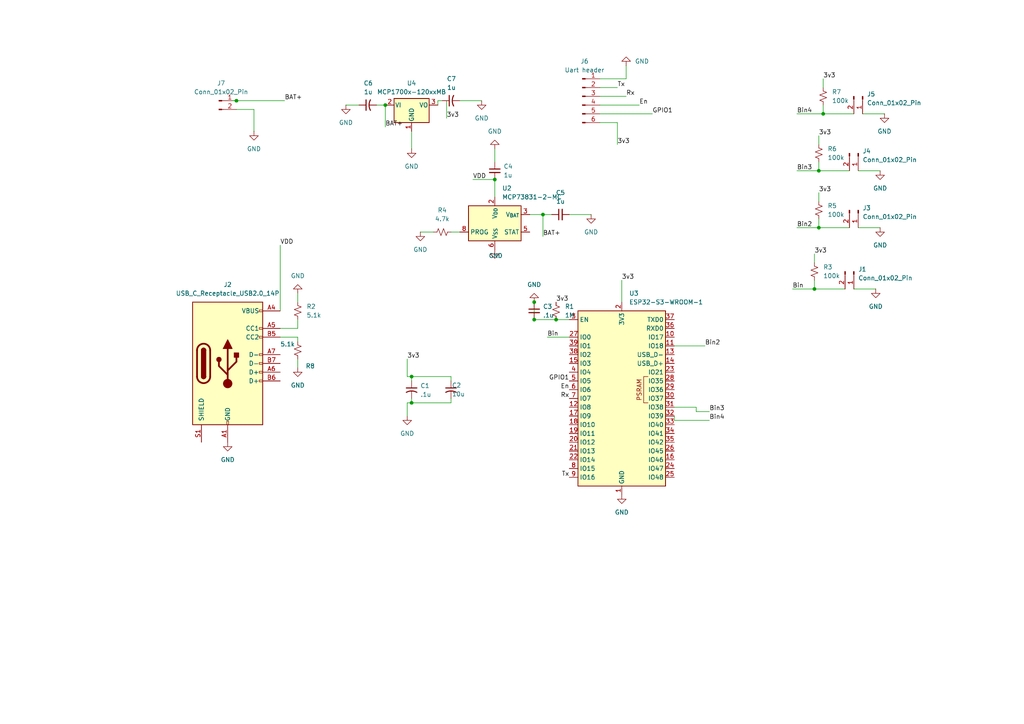
<source format=kicad_sch>
(kicad_sch (version 20250114) (generator "eeschema") (generator_version "9.0")
  (paper "A4")
  (lib_symbols
    (symbol "Battery_Management:MCP73831-2-MC"
      (property "Reference" "U" (at -7.62 6.35 0))
      (property "Value" "MCP73831-2-MC" (at 1.27 6.35 0))
      (symbol "MCP73831-2-MC_0_1"
        (rectangle (start -7.62 5.08) (end 7.62 -5.08) (stroke (width 0.254)) (fill (type background)))
      )
      (symbol "MCP73831-2-MC_1_1"
        (pin input line (at -10.16 -2.54 0) (length 2.54) (name "PROG") (number "8"))
        (pin no_connect line (at -7.62 2.54 0) (length 2.54) (hide yes) (name "NC") (number "7"))
        (pin passive line (at 0 7.62 270) (length 2.54) (hide yes) (name "V_{DD}") (number "1"))
        (pin power_in line (at 0 7.62 270) (length 2.54) (name "V_{DD}") (number "2"))
        (pin power_in line (at 0 -7.62 90) (length 2.54) (name "V_{SS}") (number "6"))
        (pin power_out line (at 10.16 2.54 180) (length 2.54) (name "V_{BAT}") (number "3"))
        (pin passive line (at 10.16 2.54 180) (length 2.54) (hide yes) (name "V_{BAT}") (number "4"))
        (pin tri_state line (at 10.16 -2.54 180) (length 2.54) (name "STAT") (number "5"))
      )
    )
    (symbol "Connector:Conn_01x02_Pin" (pin_names (offset 1.016) (hide yes))
      (property "Reference" "J" (at 0 2.54 0))
      (property "Value" "Conn_01x02_Pin" (at 0 -5.08 0))
      (symbol "Conn_01x02_Pin_1_1"
        (rectangle (start 0.8636 0.127) (end 0 -0.127) (stroke (width 0.1524)) (fill (type outline)))
        (rectangle (start 0.8636 -2.413) (end 0 -2.667) (stroke (width 0.1524)) (fill (type outline)))
        (polyline (pts (xy 1.27 0) (xy 0.8636 0)) (stroke (width 0.1524)))
        (polyline (pts (xy 1.27 -2.54) (xy 0.8636 -2.54)) (stroke (width 0.1524)))
        (pin passive line (at 5.08 0 180) (length 3.81) (name "Pin_1") (number "1"))
        (pin passive line (at 5.08 -2.54 180) (length 3.81) (name "Pin_2") (number "2"))
      )
    )
    (symbol "Connector:Conn_01x06_Pin" (pin_names (offset 1.016) (hide yes))
      (property "Reference" "J" (at 0 7.62 0))
      (property "Value" "Conn_01x06_Pin" (at 0 -10.16 0))
      (symbol "Conn_01x06_Pin_1_1"
        (rectangle (start 0.8636 5.207) (end 0 4.953) (stroke (width 0.1524)) (fill (type outline)))
        (rectangle (start 0.8636 2.667) (end 0 2.413) (stroke (width 0.1524)) (fill (type outline)))
        (rectangle (start 0.8636 0.127) (end 0 -0.127) (stroke (width 0.1524)) (fill (type outline)))
        (rectangle (start 0.8636 -2.413) (end 0 -2.667) (stroke (width 0.1524)) (fill (type outline)))
        (rectangle (start 0.8636 -4.953) (end 0 -5.207) (stroke (width 0.1524)) (fill (type outline)))
        (rectangle (start 0.8636 -7.493) (end 0 -7.747) (stroke (width 0.1524)) (fill (type outline)))
        (polyline (pts (xy 1.27 5.08) (xy 0.8636 5.08)) (stroke (width 0.1524)))
        (polyline (pts (xy 1.27 2.54) (xy 0.8636 2.54)) (stroke (width 0.1524)))
        (polyline (pts (xy 1.27 0) (xy 0.8636 0)) (stroke (width 0.1524)))
        (polyline (pts (xy 1.27 -2.54) (xy 0.8636 -2.54)) (stroke (width 0.1524)))
        (polyline (pts (xy 1.27 -5.08) (xy 0.8636 -5.08)) (stroke (width 0.1524)))
        (polyline (pts (xy 1.27 -7.62) (xy 0.8636 -7.62)) (stroke (width 0.1524)))
        (pin passive line (at 5.08 5.08 180) (length 3.81) (name "Pin_1") (number "1"))
        (pin passive line (at 5.08 2.54 180) (length 3.81) (name "Pin_2") (number "2"))
        (pin passive line (at 5.08 0 180) (length 3.81) (name "Pin_3") (number "3"))
        (pin passive line (at 5.08 -2.54 180) (length 3.81) (name "Pin_4") (number "4"))
        (pin passive line (at 5.08 -5.08 180) (length 3.81) (name "Pin_5") (number "5"))
        (pin passive line (at 5.08 -7.62 180) (length 3.81) (name "Pin_6") (number "6"))
      )
    )
    (symbol "Connector:USB_C_Receptacle_USB2.0_14P" (pin_names (offset 1.016))
      (property "Reference" "J" (at 0 22.225 0))
      (property "Value" "USB_C_Receptacle_USB2.0_14P" (at 0 19.685 0))
      (symbol "USB_C_Receptacle_USB2.0_14P_0_0"
        (rectangle (start -0.254 -17.78) (end 0.254 -16.764))
        (rectangle (start 10.16 15.494) (end 9.144 14.986))
        (rectangle (start 10.16 10.414) (end 9.144 9.906))
        (rectangle (start 10.16 7.874) (end 9.144 7.366))
        (rectangle (start 10.16 2.794) (end 9.144 2.286))
        (rectangle (start 10.16 0.254) (end 9.144 -0.254))
        (rectangle (start 10.16 -2.286) (end 9.144 -2.794))
        (rectangle (start 10.16 -4.826) (end 9.144 -5.334))
      )
      (symbol "USB_C_Receptacle_USB2.0_14P_0_1"
        (rectangle (start -10.16 17.78) (end 10.16 -17.78) (stroke (width 0.254)) (fill (type background)))
        (polyline (pts (xy -8.89 -3.81) (xy -8.89 3.81)) (stroke (width 0.508)))
        (rectangle (start -7.62 -3.81) (end -6.35 3.81) (stroke (width 0.254)) (fill (type outline)))
        (arc (start -7.62 3.81) (mid -6.985 4.4423) (end -6.35 3.81) (stroke (width 0.254)))
        (arc (start -7.62 3.81) (mid -6.985 4.4423) (end -6.35 3.81) (stroke (width 0.254)) (fill (type outline)))
        (arc (start -8.89 3.81) (mid -6.985 5.7067) (end -5.08 3.81) (stroke (width 0.508)))
        (arc (start -5.08 -3.81) (mid -6.985 -5.7067) (end -8.89 -3.81) (stroke (width 0.508)))
        (arc (start -6.35 -3.81) (mid -6.985 -4.4423) (end -7.62 -3.81) (stroke (width 0.254)))
        (arc (start -6.35 -3.81) (mid -6.985 -4.4423) (end -7.62 -3.81) (stroke (width 0.254)) (fill (type outline)))
        (polyline (pts (xy -5.08 3.81) (xy -5.08 -3.81)) (stroke (width 0.508)))
        (circle (center -2.54 1.143) (radius 0.635) (stroke (width 0.254)) (fill (type outline)))
        (polyline (pts (xy -1.27 4.318) (xy 0 6.858) (xy 1.27 4.318) (xy -1.27 4.318)) (stroke (width 0.254)) (fill (type outline)))
        (polyline (pts (xy 0 -2.032) (xy 2.54 0.508) (xy 2.54 1.778)) (stroke (width 0.508)))
        (polyline (pts (xy 0 -3.302) (xy -2.54 -0.762) (xy -2.54 0.508)) (stroke (width 0.508)))
        (polyline (pts (xy 0 -5.842) (xy 0 4.318)) (stroke (width 0.508)))
        (circle (center 0 -5.842) (radius 1.27) (fill (type outline)))
        (rectangle (start 1.905 1.778) (end 3.175 3.048) (stroke (width 0.254)) (fill (type outline)))
      )
      (symbol "USB_C_Receptacle_USB2.0_14P_1_1"
        (pin passive line (at -7.62 -22.86 90) (length 5.08) (name "SHIELD") (number "S1"))
        (pin passive line (at 0 -22.86 90) (length 5.08) (name "GND") (number "A1"))
        (pin passive line (at 0 -22.86 90) (length 5.08) (hide yes) (name "GND") (number "A12"))
        (pin passive line (at 0 -22.86 90) (length 5.08) (hide yes) (name "GND") (number "B1"))
        (pin passive line (at 0 -22.86 90) (length 5.08) (hide yes) (name "GND") (number "B12"))
        (pin passive line (at 15.24 15.24 180) (length 5.08) (name "VBUS") (number "A4"))
        (pin passive line (at 15.24 15.24 180) (length 5.08) (hide yes) (name "VBUS") (number "A9"))
        (pin passive line (at 15.24 15.24 180) (length 5.08) (hide yes) (name "VBUS") (number "B4"))
        (pin passive line (at 15.24 15.24 180) (length 5.08) (hide yes) (name "VBUS") (number "B9"))
        (pin bidirectional line (at 15.24 10.16 180) (length 5.08) (name "CC1") (number "A5"))
        (pin bidirectional line (at 15.24 7.62 180) (length 5.08) (name "CC2") (number "B5"))
        (pin bidirectional line (at 15.24 2.54 180) (length 5.08) (name "D-") (number "A7"))
        (pin bidirectional line (at 15.24 0 180) (length 5.08) (name "D-") (number "B7"))
        (pin bidirectional line (at 15.24 -2.54 180) (length 5.08) (name "D+") (number "A6"))
        (pin bidirectional line (at 15.24 -5.08 180) (length 5.08) (name "D+") (number "B6"))
      )
    )
    (symbol "Device:C_Small" (pin_numbers (hide yes)) (pin_names (offset 0.254) (hide yes))
      (property "Reference" "C" (at 0.254 1.778 0))
      (property "Value" "C_Small" (at 0.254 -2.032 0))
      (symbol "C_Small_0_1"
        (polyline (pts (xy -1.524 0.508) (xy 1.524 0.508)) (stroke (width 0.3048)))
        (polyline (pts (xy -1.524 -0.508) (xy 1.524 -0.508)) (stroke (width 0.3302)))
      )
      (symbol "C_Small_1_1"
        (pin passive line (at 0 2.54 270) (length 2.032) (name "~") (number "1"))
        (pin passive line (at 0 -2.54 90) (length 2.032) (name "~") (number "2"))
      )
    )
    (symbol "Device:C_Small_US" (pin_numbers (hide yes)) (pin_names (offset 0.254) (hide yes))
      (property "Reference" "C" (at 0.254 1.778 0))
      (property "Value" "C_Small_US" (at 0.254 -2.032 0))
      (symbol "C_Small_US_0_1"
        (polyline (pts (xy -1.524 0.508) (xy 1.524 0.508)) (stroke (width 0.3048)))
        (arc (start -1.524 -0.762) (mid 0 -0.3734) (end 1.524 -0.762) (stroke (width 0.3048)))
      )
      (symbol "C_Small_US_1_1"
        (pin passive line (at 0 2.54 270) (length 2.032) (name "~") (number "1"))
        (pin passive line (at 0 -2.54 90) (length 2.032) (name "~") (number "2"))
      )
    )
    (symbol "Device:R_Small_US" (pin_numbers (hide yes)) (pin_names (offset 0.254) (hide yes))
      (property "Reference" "R" (at 0.762 0.508 0))
      (property "Value" "R_Small_US" (at 0.762 -1.016 0))
      (symbol "R_Small_US_1_1"
        (polyline (pts (xy 0 1.524) (xy 1.016 1.143) (xy 0 0.762) (xy -1.016 0.381) (xy 0 0)))
        (polyline (pts (xy 0 0) (xy 1.016 -0.381) (xy 0 -0.762) (xy -1.016 -1.143) (xy 0 -1.524)))
        (pin passive line (at 0 2.54 270) (length 1.016) (name "~") (number "1"))
        (pin passive line (at 0 -2.54 90) (length 1.016) (name "~") (number "2"))
      )
    )
    (symbol "RF_Module:ESP32-S3-WROOM-1"
      (property "Reference" "U" (at -12.7 26.67 0))
      (property "Value" "ESP32-S3-WROOM-1" (at 12.7 26.67 0))
      (symbol "ESP32-S3-WROOM-1_0_0"
        (rectangle (start -12.7 25.4) (end 12.7 -25.4) (stroke (width 0.254)) (fill (type background)))
        (text "PSRAM" (at 5.08 2.54 900) (effects (font (size 1.27 1.27))))
      )
      (symbol "ESP32-S3-WROOM-1_0_1"
        (polyline (pts (xy 7.62 -1.27) (xy 6.35 -1.27) (xy 6.35 6.35) (xy 7.62 6.35)))
      )
      (symbol "ESP32-S3-WROOM-1_1_1"
        (pin input line (at -15.24 22.86 0) (length 2.54) (name "EN") (number "3"))
        (pin bidirectional line (at -15.24 17.78 0) (length 2.54) (name "IO0") (number "27"))
        (pin bidirectional line (at -15.24 15.24 0) (length 2.54) (name "IO1") (number "39"))
        (pin bidirectional line (at -15.24 12.7 0) (length 2.54) (name "IO2") (number "38"))
        (pin bidirectional line (at -15.24 10.16 0) (length 2.54) (name "IO3") (number "15"))
        (pin bidirectional line (at -15.24 7.62 0) (length 2.54) (name "IO4") (number "4"))
        (pin bidirectional line (at -15.24 5.08 0) (length 2.54) (name "IO5") (number "5"))
        (pin bidirectional line (at -15.24 2.54 0) (length 2.54) (name "IO6") (number "6"))
        (pin bidirectional line (at -15.24 0 0) (length 2.54) (name "IO7") (number "7"))
        (pin bidirectional line (at -15.24 -2.54 0) (length 2.54) (name "IO8") (number "12"))
        (pin bidirectional line (at -15.24 -5.08 0) (length 2.54) (name "IO9") (number "17"))
        (pin bidirectional line (at -15.24 -7.62 0) (length 2.54) (name "IO10") (number "18"))
        (pin bidirectional line (at -15.24 -10.16 0) (length 2.54) (name "IO11") (number "19"))
        (pin bidirectional line (at -15.24 -12.7 0) (length 2.54) (name "IO12") (number "20"))
        (pin bidirectional line (at -15.24 -15.24 0) (length 2.54) (name "IO13") (number "21"))
        (pin bidirectional line (at -15.24 -17.78 0) (length 2.54) (name "IO14") (number "22"))
        (pin bidirectional line (at -15.24 -20.32 0) (length 2.54) (name "IO15") (number "8"))
        (pin bidirectional line (at -15.24 -22.86 0) (length 2.54) (name "IO16") (number "9"))
        (pin power_in line (at 0 27.94 270) (length 2.54) (name "3V3") (number "2"))
        (pin power_in line (at 0 -27.94 90) (length 2.54) (name "GND") (number "1"))
        (pin passive line (at 0 -27.94 90) (length 2.54) (hide yes) (name "GND") (number "40"))
        (pin passive line (at 0 -27.94 90) (length 2.54) (hide yes) (name "GND") (number "41"))
        (pin bidirectional line (at 15.24 22.86 180) (length 2.54) (name "TXD0") (number "37"))
        (pin bidirectional line (at 15.24 20.32 180) (length 2.54) (name "RXD0") (number "36"))
        (pin bidirectional line (at 15.24 17.78 180) (length 2.54) (name "IO17") (number "10"))
        (pin bidirectional line (at 15.24 15.24 180) (length 2.54) (name "IO18") (number "11"))
        (pin bidirectional line (at 15.24 12.7 180) (length 2.54) (name "USB_D-") (number "13"))
        (pin bidirectional line (at 15.24 10.16 180) (length 2.54) (name "USB_D+") (number "14"))
        (pin bidirectional line (at 15.24 7.62 180) (length 2.54) (name "IO21") (number "23"))
        (pin bidirectional line (at 15.24 5.08 180) (length 2.54) (name "IO35") (number "28"))
        (pin bidirectional line (at 15.24 2.54 180) (length 2.54) (name "IO36") (number "29"))
        (pin bidirectional line (at 15.24 0 180) (length 2.54) (name "IO37") (number "30"))
        (pin bidirectional line (at 15.24 -2.54 180) (length 2.54) (name "IO38") (number "31"))
        (pin bidirectional line (at 15.24 -5.08 180) (length 2.54) (name "IO39") (number "32"))
        (pin bidirectional line (at 15.24 -7.62 180) (length 2.54) (name "IO40") (number "33"))
        (pin bidirectional line (at 15.24 -10.16 180) (length 2.54) (name "IO41") (number "34"))
        (pin bidirectional line (at 15.24 -12.7 180) (length 2.54) (name "IO42") (number "35"))
        (pin bidirectional line (at 15.24 -15.24 180) (length 2.54) (name "IO45") (number "26"))
        (pin bidirectional line (at 15.24 -17.78 180) (length 2.54) (name "IO46") (number "16"))
        (pin bidirectional line (at 15.24 -20.32 180) (length 2.54) (name "IO47") (number "24"))
        (pin bidirectional line (at 15.24 -22.86 180) (length 2.54) (name "IO48") (number "25"))
      )
    )
    (symbol "Regulator_Linear:MCP1700x-120xxMB" (pin_names (offset 0.254))
      (property "Reference" "U" (at -3.81 3.175 0))
      (property "Value" "MCP1700x-120xxMB" (at 0 3.175 0))
      (symbol "MCP1700x-120xxMB_0_1"
        (rectangle (start -5.08 -5.08) (end 5.08 1.905) (stroke (width 0.254)) (fill (type background)))
      )
      (symbol "MCP1700x-120xxMB_1_1"
        (pin power_in line (at -7.62 0 0) (length 2.54) (name "VI") (number "2"))
        (pin power_in line (at 0 -7.62 90) (length 2.54) (name "GND") (number "1"))
        (pin power_out line (at 7.62 0 180) (length 2.54) (name "VO") (number "3"))
      )
    )
    (symbol "power:GND" (power) (pin_numbers (hide yes)) (pin_names (offset 0) (hide yes))
      (property "Value" "GND" (at 0 -3.81 0))
      (symbol "GND_0_1"
        (polyline (pts (xy 0 0) (xy 0 -1.27) (xy 1.27 -1.27) (xy 0 -2.54) (xy -1.27 -1.27) (xy 0 -1.27)))
      )
      (symbol "GND_1_1"
        (pin power_in line (at 0 0 270) (length 0) (name "~") (number "1"))
      )
    )
  )
  (junction (at 154.94 92.71))
  (junction (at 119.38 116.84))
  (junction (at 237.49 66.04))
  (junction (at 143.51 52.07))
  (junction (at 237.49 49.53))
  (junction (at 111.76 30.48))
  (junction (at 68.58 29.21))
  (junction (at 238.76 33.02))
  (junction (at 236.22 83.82))
  (junction (at 154.94 87.63))
  (junction (at 161.29 92.71))
  (junction (at 157.48 62.23))
  (junction (at 119.38 109.22))
  (wire (pts (xy 173.99 33.02) (xy 189.23 33.02)))
  (wire (pts (xy 238.76 22.86) (xy 238.76 25.4)))
  (wire (pts (xy 248.92 49.53) (xy 255.27 49.53)))
  (wire (pts (xy 86.36 85.09) (xy 86.36 87.63)))
  (wire (pts (xy 143.51 43.18) (xy 143.51 46.99)))
  (wire (pts (xy 73.66 31.75) (xy 73.66 38.1)))
  (wire (pts (xy 238.76 33.02) (xy 247.65 33.02)))
  (wire (pts (xy 154.94 87.63) (xy 154.94 92.71)))
  (wire (pts (xy 119.38 38.1) (xy 119.38 43.18)))
  (wire (pts (xy 236.22 83.82) (xy 245.11 83.82)))
  (wire (pts (xy 154.94 92.71) (xy 161.29 92.71)))
  (wire (pts (xy 119.38 116.84) (xy 130.81 116.84)))
  (wire (pts (xy 119.38 115.57) (xy 119.38 116.84)))
  (wire (pts (xy 181.61 19.05) (xy 181.61 22.86)))
  (wire (pts (xy 250.19 33.02) (xy 256.54 33.02)))
  (wire (pts (xy 81.28 95.25) (xy 86.36 95.25)))
  (wire (pts (xy 119.38 109.22) (xy 119.38 110.49)))
  (wire (pts (xy 157.48 62.23) (xy 157.48 68.58)))
  (wire (pts (xy 238.76 30.48) (xy 238.76 33.02)))
  (wire (pts (xy 237.49 46.99) (xy 237.49 49.53)))
  (wire (pts (xy 201.93 119.38) (xy 205.74 119.38)))
  (wire (pts (xy 231.14 33.02) (xy 238.76 33.02)))
  (wire (pts (xy 143.51 52.07) (xy 143.51 57.15)))
  (wire (pts (xy 86.36 104.14) (xy 86.36 106.68)))
  (wire (pts (xy 129.54 29.21) (xy 129.54 34.29)))
  (wire (pts (xy 248.92 66.04) (xy 255.27 66.04)))
  (wire (pts (xy 86.36 97.79) (xy 86.36 99.06)))
  (wire (pts (xy 173.99 27.94) (xy 181.61 27.94)))
  (wire (pts (xy 180.34 81.28) (xy 180.34 87.63)))
  (wire (pts (xy 130.81 109.22) (xy 130.81 110.49)))
  (wire (pts (xy 165.1 62.23) (xy 171.45 62.23)))
  (wire (pts (xy 205.74 121.92) (xy 195.58 121.92)))
  (wire (pts (xy 119.38 109.22) (xy 130.81 109.22)))
  (wire (pts (xy 130.81 67.31) (xy 133.35 67.31)))
  (wire (pts (xy 229.87 83.82) (xy 236.22 83.82)))
  (wire (pts (xy 127 29.21) (xy 127 30.48)))
  (wire (pts (xy 237.49 49.53) (xy 246.38 49.53)))
  (wire (pts (xy 68.58 31.75) (xy 73.66 31.75)))
  (wire (pts (xy 231.14 66.04) (xy 237.49 66.04)))
  (wire (pts (xy 118.11 104.14) (xy 118.11 109.22)))
  (wire (pts (xy 127 29.21) (xy 128.27 29.21)))
  (wire (pts (xy 109.22 30.48) (xy 111.76 30.48)))
  (wire (pts (xy 195.58 100.33) (xy 204.47 100.33)))
  (wire (pts (xy 158.75 97.79) (xy 165.1 97.79)))
  (wire (pts (xy 173.99 22.86) (xy 181.61 22.86)))
  (wire (pts (xy 118.11 116.84) (xy 119.38 116.84)))
  (wire (pts (xy 173.99 30.48) (xy 185.42 30.48)))
  (wire (pts (xy 81.28 71.12) (xy 81.28 90.17)))
  (wire (pts (xy 237.49 63.5) (xy 237.49 66.04)))
  (wire (pts (xy 237.49 66.04) (xy 246.38 66.04)))
  (wire (pts (xy 236.22 73.66) (xy 236.22 76.2)))
  (wire (pts (xy 195.58 121.92) (xy 195.58 120.65)))
  (wire (pts (xy 237.49 55.88) (xy 237.49 58.42)))
  (wire (pts (xy 173.99 25.4) (xy 179.07 25.4)))
  (wire (pts (xy 67.31 29.21) (xy 68.58 29.21)))
  (wire (pts (xy 81.28 97.79) (xy 86.36 97.79)))
  (wire (pts (xy 179.07 35.56) (xy 179.07 41.91)))
  (wire (pts (xy 121.92 67.31) (xy 125.73 67.31)))
  (wire (pts (xy 161.29 92.71) (xy 165.1 92.71)))
  (wire (pts (xy 111.76 30.48) (xy 111.76 36.83)))
  (wire (pts (xy 201.93 119.38) (xy 201.93 118.11)))
  (wire (pts (xy 118.11 109.22) (xy 119.38 109.22)))
  (wire (pts (xy 247.65 83.82) (xy 254 83.82)))
  (wire (pts (xy 100.33 30.48) (xy 104.14 30.48)))
  (wire (pts (xy 157.48 62.23) (xy 160.02 62.23)))
  (wire (pts (xy 133.35 29.21) (xy 139.7 29.21)))
  (wire (pts (xy 237.49 39.37) (xy 237.49 41.91)))
  (wire (pts (xy 236.22 81.28) (xy 236.22 83.82)))
  (wire (pts (xy 195.58 118.11) (xy 201.93 118.11)))
  (wire (pts (xy 68.58 29.21) (xy 82.55 29.21)))
  (wire (pts (xy 153.67 62.23) (xy 157.48 62.23)))
  (wire (pts (xy 173.99 35.56) (xy 179.07 35.56)))
  (wire (pts (xy 118.11 116.84) (xy 118.11 120.65)))
  (wire (pts (xy 137.16 52.07) (xy 143.51 52.07)))
  (wire (pts (xy 130.81 115.57) (xy 130.81 116.84)))
  (wire (pts (xy 231.14 49.53) (xy 237.49 49.53)))
  (wire (pts (xy 86.36 92.71) (xy 86.36 95.25)))
  (label "3v3" (at 236.22 73.66 0))
  (label "Rx" (at 165.1 115.57 180))
  (label "Bin3" (at 231.14 49.53 0))
  (label "Bin" (at 158.75 97.79 0))
  (label "3v3" (at 179.07 41.91 0))
  (label "Bin3" (at 205.74 119.38 0))
  (label "En" (at 185.42 30.48 0))
  (label "Tx" (at 179.07 25.4 0))
  (label "Bin2" (at 231.14 66.04 0))
  (label "Rx" (at 181.61 27.94 0))
  (label "Bin2" (at 204.47 100.33 0))
  (label "Bin" (at 229.87 83.82 0))
  (label "3v3" (at 237.49 39.37 0))
  (label "Bin4" (at 231.14 33.02 0))
  (label "BAT+" (at 111.76 36.83 0))
  (label "Tx" (at 165.1 138.43 180))
  (label "BAT+" (at 82.55 29.21 0))
  (label "GPIO1" (at 165.1 110.49 180))
  (label "VDD" (at 81.28 71.12 0))
  (label "BAT+" (at 157.48 68.58 0))
  (label "3v3" (at 161.29 87.63 0))
  (label "3v3" (at 180.34 81.28 0))
  (label "3v3" (at 237.49 55.88 0))
  (label "GPIO1" (at 189.23 33.02 0))
  (label "En" (at 165.1 113.03 180))
  (label "3v3" (at 238.76 22.86 0))
  (label "Bin4" (at 205.74 121.92 0))
  (label "3v3" (at 129.54 34.29 0))
  (label "3v3" (at 118.11 104.14 0))
  (label "VDD" (at 137.16 52.07 0))
  (symbol (lib_id "power:GND") (at 139.7 29.21 0) (unit 1)
    (property "Reference" "#PWR015" (effects (hide yes)))
    (property "Value" "GND" (at 139.7 34.29 0))
    (property "Description" "Power symbol creates a global label with name \"GND\" , ground" (effects (hide yes)))
  )
  (symbol (lib_id "RF_Module:ESP32-S3-WROOM-1") (at 180.34 115.57 0) (unit 1)
    (property "Reference" "U3" (at 182.4833 85.09 0) (effects (justify left)))
    (property "Value" "ESP32-S3-WROOM-1" (at 182.4833 87.63 0) (effects (justify left)))
    (property "Footprint" "RF_Module:ESP32-S3-WROOM-1" (effects (hide yes)))
    (property "Datasheet" "https://www.espressif.com/sites/default/files/documentation/esp32-s3-wroom-1_wroom-1u_datasheet_en.pdf" (effects (hide yes)))
    (property "Description" "RF Module, ESP32-S3 SoC, Wi-Fi 802.11b/g/n, Bluetooth, BLE, 32-bit, 3.3V, onboard antenna, SMD" (effects (hide yes)))
  )
  (symbol (lib_id "Device:R_Small_US") (at 86.36 101.6 0) (unit 1)
    (property "Reference" "R8" (at 88.646 106.172 0) (effects (justify left)))
    (property "Value" "5.1k" (at 81.28 99.822 0) (effects (justify left)))
    (property "Footprint" "Resistor_THT:R_Axial_DIN0207_L6.3mm_D2.5mm_P7.62mm_Horizontal" (effects (hide yes)))
    (property "Description" "Resistor, small US symbol" (effects (hide yes)))
  )
  (symbol (lib_id "Device:C_Small_US") (at 119.38 113.03 0) (unit 1)
    (property "Reference" "C1" (at 121.92 111.8869 0) (effects (justify left)))
    (property "Value" ".1u" (at 121.92 114.4269 0) (effects (justify left)))
    (property "Footprint" "Capacitor_THT:C_Disc_D5.0mm_W2.5mm_P5.00mm" (effects (hide yes)))
    (property "Description" "capacitor, small US symbol" (effects (hide yes)))
  )
  (symbol (lib_id "power:GND") (at 143.51 72.39 0) (unit 1)
    (property "Reference" "#PWR016" (effects (hide yes)))
    (property "Value" "GND" (at 143.764 74.168 0))
    (property "Description" "Power symbol creates a global label with name \"GND\" , ground" (effects (hide yes)))
  )
  (symbol (lib_id "Regulator_Linear:MCP1700x-120xxMB") (at 119.38 30.48 0) (unit 1)
    (property "Reference" "U4" (at 119.38 24.13 0))
    (property "Value" "MCP1700x-120xxMB" (at 119.38 26.67 0))
    (property "Footprint" "Package_TO_SOT_SMD:SOT-89-3" (effects (hide yes)))
    (property "Datasheet" "http://ww1.microchip.com/downloads/en/DeviceDoc/20001826D.pdf" (effects (hide yes)))
    (property "Description" "250mA Low Quiscent Current LDO, 1.2V output, SOT-89" (effects (hide yes)))
  )
  (symbol (lib_id "Device:R_Small_US") (at 128.27 67.31 90) (unit 1)
    (property "Reference" "R4" (at 128.27 60.96 90))
    (property "Value" "4.7k" (at 128.27 63.5 90))
    (property "Footprint" "Resistor_THT:R_Axial_DIN0207_L6.3mm_D2.5mm_P7.62mm_Horizontal" (effects (hide yes)))
    (property "Description" "Resistor, small US symbol" (effects (hide yes)))
  )
  (symbol (lib_id "power:GND") (at 256.54 33.02 0) (unit 1)
    (property "Reference" "#PWR011" (effects (hide yes)))
    (property "Value" "GND" (at 256.54 38.1 0))
    (property "Description" "Power symbol creates a global label with name \"GND\" , ground" (effects (hide yes)))
  )
  (symbol (lib_id "Device:C_Small_US") (at 130.81 113.03 0) (unit 1)
    (property "Reference" "C2" (at 131.064 111.76 0) (effects (justify left)))
    (property "Value" "10u" (at 131.064 114.3 0) (effects (justify left)))
    (property "Footprint" "Capacitor_THT:C_Disc_D5.0mm_W2.5mm_P5.00mm" (effects (hide yes)))
    (property "Description" "capacitor, small US symbol" (effects (hide yes)))
  )
  (symbol (lib_id "Connector:USB_C_Receptacle_USB2.0_14P") (at 66.04 105.41 0) (unit 1)
    (property "Reference" "J2" (at 66.04 82.55 0))
    (property "Value" "USB_C_Receptacle_USB2.0_14P" (at 66.04 85.09 0))
    (property "Footprint" "Connector_USB:USB_C_Receptacle_GCT_USB4125-xx-x-0190_6P_TopMnt_Horizontal" (effects (hide yes)))
    (property "Datasheet" "https://www.usb.org/sites/default/files/documents/usb_type-c.zip" (effects (hide yes)))
    (property "Description" "USB 2.0-only 14P Type-C Receptacle connector" (effects (hide yes)))
  )
  (symbol (lib_id "power:GND") (at 255.27 49.53 0) (unit 1)
    (property "Reference" "#PWR010" (effects (hide yes)))
    (property "Value" "GND" (at 255.27 54.61 0))
    (property "Description" "Power symbol creates a global label with name \"GND\" , ground" (effects (hide yes)))
  )
  (symbol (lib_id "Device:R_Small_US") (at 237.49 44.45 0) (unit 1)
    (property "Reference" "R6" (at 240.03 43.1799 0) (effects (justify left)))
    (property "Value" "100k" (at 240.03 45.7199 0) (effects (justify left)))
    (property "Footprint" "Resistor_THT:R_Axial_DIN0207_L6.3mm_D2.5mm_P7.62mm_Horizontal" (effects (hide yes)))
    (property "Description" "Resistor, small US symbol" (effects (hide yes)))
  )
  (symbol (lib_id "Device:C_Small_US") (at 130.81 29.21 90) (unit 1)
    (property "Reference" "C7" (at 130.937 22.86 90))
    (property "Value" "1u" (at 130.937 25.4 90))
    (property "Footprint" "Capacitor_THT:C_Disc_D5.0mm_W2.5mm_P5.00mm" (effects (hide yes)))
    (property "Description" "capacitor, small US symbol" (effects (hide yes)))
  )
  (symbol (lib_id "power:GND") (at 143.51 43.18 180) (unit 1)
    (property "Reference" "#PWR06" (effects (hide yes)))
    (property "Value" "GND" (at 143.51 38.1 0))
    (property "Description" "Power symbol creates a global label with name \"GND\" , ground" (effects (hide yes)))
  )
  (symbol (lib_id "power:GND") (at 66.04 128.27 0) (unit 1)
    (property "Reference" "#PWR019" (effects (hide yes)))
    (property "Value" "GND" (at 66.04 133.35 0))
    (property "Description" "Power symbol creates a global label with name \"GND\" , ground" (effects (hide yes)))
  )
  (symbol (lib_id "Connector:Conn_01x02_Pin") (at 63.5 29.21 0) (unit 1)
    (property "Reference" "J7" (at 64.135 24.13 0))
    (property "Value" "Conn_01x02_Pin" (at 64.135 26.67 0))
    (property "Footprint" "Connector_PinHeader_2.54mm:PinHeader_1x02_P2.54mm_Vertical" (effects (hide yes)))
    (property "Description" "Generic connector, single row, 01x02, script generated" (effects (hide yes)))
  )
  (symbol (lib_id "Connector:Conn_01x02_Pin") (at 250.19 27.94 270) (unit 1)
    (property "Reference" "J5" (at 251.46 27.3049 90) (effects (justify left)))
    (property "Value" "Conn_01x02_Pin" (at 251.46 29.8449 90) (effects (justify left)))
    (property "Footprint" "Connector_PinHeader_2.54mm:PinHeader_1x02_P2.54mm_Vertical" (effects (hide yes)))
    (property "Description" "Generic connector, single row, 01x02, script generated" (effects (hide yes)))
  )
  (symbol (lib_id "power:GND") (at 181.61 19.05 180) (unit 1)
    (property "Reference" "#PWR012" (effects (hide yes)))
    (property "Value" "GND" (at 184.15 17.7799 0) (effects (justify right)))
    (property "Description" "Power symbol creates a global label with name \"GND\" , ground" (effects (hide yes)))
  )
  (symbol (lib_id "power:GND") (at 86.36 106.68 0) (unit 1)
    (property "Reference" "#PWR03" (effects (hide yes)))
    (property "Value" "GND" (at 86.36 111.76 0))
    (property "Description" "Power symbol creates a global label with name \"GND\" , ground" (effects (hide yes)))
  )
  (symbol (lib_id "power:GND") (at 86.36 85.09 180) (unit 1)
    (property "Reference" "#PWR02" (effects (hide yes)))
    (property "Value" "GND" (at 86.36 80.01 0))
    (property "Description" "Power symbol creates a global label with name \"GND\" , ground" (effects (hide yes)))
  )
  (symbol (lib_id "power:GND") (at 180.34 143.51 0) (unit 1)
    (property "Reference" "#PWR018" (effects (hide yes)))
    (property "Value" "GND" (at 180.34 148.59 0))
    (property "Description" "Power symbol creates a global label with name \"GND\" , ground" (effects (hide yes)))
  )
  (symbol (lib_id "Device:R_Small_US") (at 86.36 90.17 0) (unit 1)
    (property "Reference" "R2" (at 88.9 88.8999 0) (effects (justify left)))
    (property "Value" "5.1k" (at 88.9 91.4399 0) (effects (justify left)))
    (property "Footprint" "Resistor_THT:R_Axial_DIN0207_L6.3mm_D2.5mm_P7.62mm_Horizontal" (effects (hide yes)))
    (property "Description" "Resistor, small US symbol" (effects (hide yes)))
  )
  (symbol (lib_id "power:GND") (at 171.45 62.23 0) (unit 1)
    (property "Reference" "#PWR05" (effects (hide yes)))
    (property "Value" "GND" (at 171.45 67.31 0))
    (property "Description" "Power symbol creates a global label with name \"GND\" , ground" (effects (hide yes)))
  )
  (symbol (lib_id "Battery_Management:MCP73831-2-MC") (at 143.51 64.77 0) (unit 1)
    (property "Reference" "U2" (at 145.6533 54.61 0) (effects (justify left)))
    (property "Value" "MCP73831-2-MC" (at 145.6533 57.15 0) (effects (justify left)))
    (property "Footprint" "Package_DFN_QFN:DFN-8-1EP_3x2mm_P0.5mm_EP1.7x1.4mm" (effects (hide yes)))
    (property "Datasheet" "http://ww1.microchip.com/downloads/en/DeviceDoc/20001984g.pdf" (effects (hide yes)))
    (property "Description" "Single cell, Li-Ion/Li-Po charge management controller, 4.20V, Tri-State Status Output, in DFN-8 package" (effects (hide yes)))
  )
  (symbol (lib_id "power:GND") (at 119.38 43.18 0) (unit 1)
    (property "Reference" "#PWR07" (effects (hide yes)))
    (property "Value" "GND" (at 119.38 48.26 0))
    (property "Description" "Power symbol creates a global label with name \"GND\" , ground" (effects (hide yes)))
  )
  (symbol (lib_id "power:GND") (at 254 83.82 0) (unit 1)
    (property "Reference" "#PWR08" (effects (hide yes)))
    (property "Value" "GND" (at 254 88.9 0))
    (property "Description" "Power symbol creates a global label with name \"GND\" , ground" (effects (hide yes)))
  )
  (symbol (lib_id "power:GND") (at 121.92 67.31 0) (unit 1)
    (property "Reference" "#PWR04" (effects (hide yes)))
    (property "Value" "GND" (at 121.92 72.39 0))
    (property "Description" "Power symbol creates a global label with name \"GND\" , ground" (effects (hide yes)))
  )
  (symbol (lib_id "Connector:Conn_01x02_Pin") (at 247.65 78.74 270) (unit 1)
    (property "Reference" "J1" (at 248.92 78.1049 90) (effects (justify left)))
    (property "Value" "Conn_01x02_Pin" (at 248.92 80.6449 90) (effects (justify left)))
    (property "Footprint" "Capacitor_THT:C_Disc_D5.0mm_W2.5mm_P5.00mm" (effects (hide yes)))
    (property "Description" "Generic connector, single row, 01x02, script generated" (effects (hide yes)))
  )
  (symbol (lib_id "Device:R_Small_US") (at 161.29 90.17 0) (unit 1)
    (property "Reference" "R1" (at 163.83 88.8999 0) (effects (justify left)))
    (property "Value" "1M" (at 163.83 91.4399 0) (effects (justify left)))
    (property "Footprint" "Resistor_THT:R_Axial_DIN0207_L6.3mm_D2.5mm_P7.62mm_Horizontal" (effects (hide yes)))
    (property "Description" "Resistor, small US symbol" (effects (hide yes)))
  )
  (symbol (lib_id "Device:R_Small_US") (at 238.76 27.94 0) (unit 1)
    (property "Reference" "R7" (at 241.3 26.6699 0) (effects (justify left)))
    (property "Value" "100k" (at 241.3 29.2099 0) (effects (justify left)))
    (property "Footprint" "Resistor_THT:R_Axial_DIN0207_L6.3mm_D2.5mm_P7.62mm_Horizontal" (effects (hide yes)))
    (property "Description" "Resistor, small US symbol" (effects (hide yes)))
  )
  (symbol (lib_id "Device:C_Small_US") (at 106.68 30.48 90) (unit 1)
    (property "Reference" "C6" (at 106.807 24.13 90))
    (property "Value" "1u" (at 106.807 26.67 90))
    (property "Footprint" "Capacitor_THT:C_Disc_D5.0mm_W2.5mm_P2.50mm" (effects (hide yes)))
    (property "Description" "capacitor, small US symbol" (effects (hide yes)))
  )
  (symbol (lib_id "power:GND") (at 73.66 38.1 0) (unit 1)
    (property "Reference" "#PWR013" (effects (hide yes)))
    (property "Value" "GND" (at 73.66 43.18 0))
    (property "Description" "Power symbol creates a global label with name \"GND\" , ground" (effects (hide yes)))
  )
  (symbol (lib_id "Connector:Conn_01x02_Pin") (at 248.92 60.96 270) (unit 1)
    (property "Reference" "J3" (at 250.19 60.3249 90) (effects (justify left)))
    (property "Value" "Conn_01x02_Pin" (at 250.19 62.8649 90) (effects (justify left)))
    (property "Footprint" "Connector_PinHeader_2.54mm:PinHeader_1x02_P2.54mm_Vertical" (effects (hide yes)))
    (property "Description" "Generic connector, single row, 01x02, script generated" (effects (hide yes)))
  )
  (symbol (lib_id "power:GND") (at 154.94 87.63 180) (unit 1)
    (property "Reference" "#PWR01" (effects (hide yes)))
    (property "Value" "GND" (at 154.94 82.55 0))
    (property "Description" "Power symbol creates a global label with name \"GND\" , ground" (effects (hide yes)))
  )
  (symbol (lib_id "Device:C_Small") (at 154.94 90.17 0) (unit 1)
    (property "Reference" "C3" (at 157.48 88.9062 0) (effects (justify left)))
    (property "Value" ".1u" (at 157.48 91.4462 0) (effects (justify left)))
    (property "Footprint" "Capacitor_THT:C_Disc_D5.0mm_W2.5mm_P5.00mm" (effects (hide yes)))
    (property "Description" "Unpolarized capacitor, small symbol" (effects (hide yes)))
  )
  (symbol (lib_id "Device:C_Small") (at 143.51 49.53 0) (unit 1)
    (property "Reference" "C4" (at 146.05 48.2662 0) (effects (justify left)))
    (property "Value" "1u" (at 146.05 50.8062 0) (effects (justify left)))
    (property "Footprint" "Capacitor_THT:C_Disc_D5.0mm_W2.5mm_P5.00mm" (effects (hide yes)))
    (property "Description" "Unpolarized capacitor, small symbol" (effects (hide yes)))
  )
  (symbol (lib_id "power:GND") (at 255.27 66.04 0) (unit 1)
    (property "Reference" "#PWR09" (effects (hide yes)))
    (property "Value" "GND" (at 255.27 71.12 0))
    (property "Description" "Power symbol creates a global label with name \"GND\" , ground" (effects (hide yes)))
  )
  (symbol (lib_id "Device:R_Small_US") (at 236.22 78.74 0) (unit 1)
    (property "Reference" "R3" (at 238.76 77.4699 0) (effects (justify left)))
    (property "Value" "100k" (at 238.76 80.0099 0) (effects (justify left)))
    (property "Footprint" "Resistor_THT:R_Axial_DIN0207_L6.3mm_D2.5mm_P7.62mm_Horizontal" (effects (hide yes)))
    (property "Description" "Resistor, small US symbol" (effects (hide yes)))
  )
  (symbol (lib_id "Connector:Conn_01x06_Pin") (at 168.91 27.94 0) (unit 1)
    (property "Reference" "J6" (at 169.545 17.78 0))
    (property "Value" "Uart header" (at 169.545 20.32 0))
    (property "Footprint" "Connector_PinHeader_2.54mm:PinHeader_1x06_P2.54mm_Vertical" (effects (hide yes)))
    (property "Description" "Generic connector, single row, 01x06, script generated" (effects (hide yes)))
  )
  (symbol (lib_id "Connector:Conn_01x02_Pin") (at 248.92 44.45 270) (unit 1)
    (property "Reference" "J4" (at 250.19 43.8149 90) (effects (justify left)))
    (property "Value" "Conn_01x02_Pin" (at 250.19 46.3549 90) (effects (justify left)))
    (property "Footprint" "Connector_PinHeader_2.54mm:PinHeader_1x02_P2.54mm_Vertical" (effects (hide yes)))
    (property "Description" "Generic connector, single row, 01x02, script generated" (effects (hide yes)))
  )
  (symbol (lib_id "power:GND") (at 118.11 120.65 0) (unit 1)
    (property "Reference" "#PWR017" (effects (hide yes)))
    (property "Value" "GND" (at 118.11 125.73 0))
    (property "Description" "Power symbol creates a global label with name \"GND\" , ground" (effects (hide yes)))
  )
  (symbol (lib_id "Device:C_Small") (at 162.56 62.23 90) (unit 1)
    (property "Reference" "C5" (at 162.5663 55.88 90))
    (property "Value" "1u" (at 162.5663 58.42 90))
    (property "Footprint" "Capacitor_THT:C_Disc_D5.0mm_W2.5mm_P5.00mm" (effects (hide yes)))
    (property "Description" "Unpolarized capacitor, small symbol" (effects (hide yes)))
  )
  (symbol (lib_id "power:GND") (at 100.33 30.48 0) (unit 1)
    (property "Reference" "#PWR014" (effects (hide yes)))
    (property "Value" "GND" (at 100.33 35.56 0))
    (property "Description" "Power symbol creates a global label with name \"GND\" , ground" (effects (hide yes)))
  )
  (symbol (lib_id "Device:R_Small_US") (at 237.49 60.96 0) (unit 1)
    (property "Reference" "R5" (at 240.03 59.6899 0) (effects (justify left)))
    (property "Value" "100k" (at 240.03 62.2299 0) (effects (justify left)))
    (property "Footprint" "Resistor_THT:R_Axial_DIN0207_L6.3mm_D2.5mm_P7.62mm_Horizontal" (effects (hide yes)))
    (property "Description" "Resistor, small US symbol" (effects (hide yes)))
  )
)
</source>
